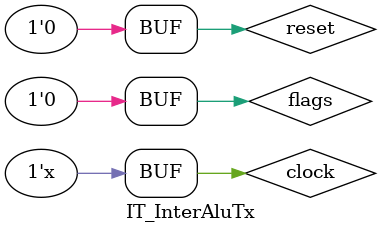
<source format=v>
`timescale 1ns / 1ps

module IT_InterAluTx;
    parameter           NB_DATA = 8;
    parameter           PERIOD  = 20; // debe dar 50 Mh
    parameter           TOTAL_TICKS  = 15 * 11; 
    parameter           BR      = 163; 
    parameter           [NB_DATA-1 : 0] da  = 8'b00000011;
    parameter           [NB_DATA-1 : 0] db  = 8'b00000010;
    parameter           [NB_DATA-1 : 0] dop = 8'b00100000;
    parameter           [NB_DATA-1 : 0] dop1 = 8'b00100100;
    
    reg                                 flags;
    reg                                 wr_flag;
    //____________________TOP_____________________________________// 
    reg                  [NB_DATA-1 : 0] DATO;
    wire                 [NB_DATA-1 : 0] o_alu;
    wire                                 tx;
    reg                                  wr;
    reg                                  clock;
    reg                  [7:0]           count_tick;
    reg                  [7:0]           count_clk;
    reg                  [5:0]           count;
    reg                                  reset;
//    wire [NB_DATA - 1:0] o_tx;
wire [7:0] CHECK_ENTRADA_TX;
    
    wire [ 5 : 0 ] salida_operacion;
    wire [ 7 : 0 ] salida_A;
    wire [ 7 : 0 ] salida_B;
    wire [ 4 : 0 ] VER_ESTADOS;
    top topInterfaceAluTx (
        .din(DATO),     .wr(wr),
        .clock(clock),  .reset(reset),
        .tx(tx), .o_alu(o_alu), .salida_operacion(salida_operacion), .VER_ESTADOS(VER_ESTADOS), .salida_A(salida_A), .salida_B(salida_B)
        ,.CHECK_ENTRADA_TX(CHECK_ENTRADA_TX)
    );
    //____________________________________________________________// 
    
    initial
        begin
            clock   = 0;
            wr      = 0;
            count   = 0;
            count_tick = 0;
            count_clk = 0;
            DATO    = 0;
            flags   = 0;
            reset   = 1;
            wr_flag = 0;
            #PERIOD  reset   = 0;
        end
        
    always begin
        #(PERIOD/2) clock = ~clock;
        #(PERIOD/2);
    end
    
    always @(posedge clock)
    begin
        wr <= 0;
        if(wr_flag) begin
            wr      <= 1'b1;
            wr_flag <= 1'b0;
        end
        case (count_clk) 
            BR: begin
                case (count_tick)
                    TOTAL_TICKS: begin
                        case (count)
                            5'b00000: begin
                                DATO    <= da;
                                wr_flag <= 1'b1;
                                count   <= count +1;   
                            end
                            5'b00001: begin
                                DATO    <= db;
                                wr_flag <= 1'b1;
                                count   <= count +1;   
                            end 
                            5'b00010: begin
                                DATO    <= dop;
                                wr_flag <= 1'b1;
                                count   <= count + 1;   
                            end      
//                            default: count <= count +1;
                        endcase
                        count_tick <= 0;
                    end
                    default: count_tick = count_tick + 1;
                endcase
            count_clk <= 0;
            end
            default: count_clk = count_clk + 1;
        endcase
    end
    
    
endmodule

</source>
